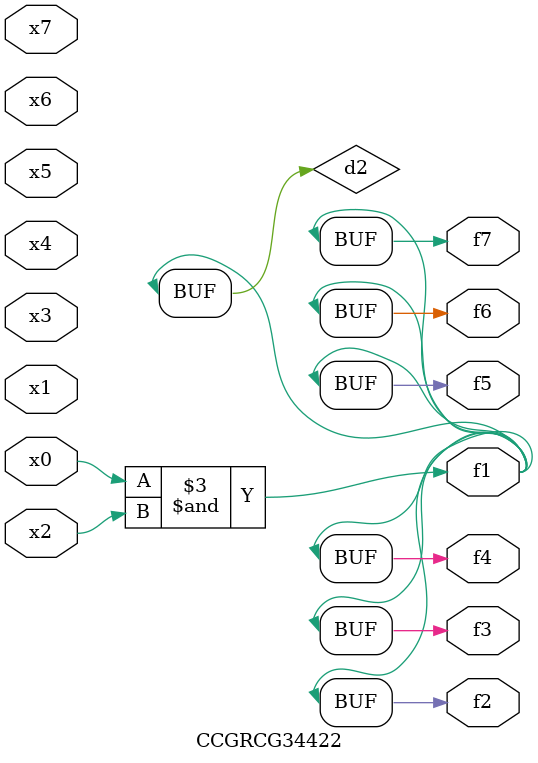
<source format=v>
module CCGRCG34422(
	input x0, x1, x2, x3, x4, x5, x6, x7,
	output f1, f2, f3, f4, f5, f6, f7
);

	wire d1, d2;

	nor (d1, x3, x6);
	and (d2, x0, x2);
	assign f1 = d2;
	assign f2 = d2;
	assign f3 = d2;
	assign f4 = d2;
	assign f5 = d2;
	assign f6 = d2;
	assign f7 = d2;
endmodule

</source>
